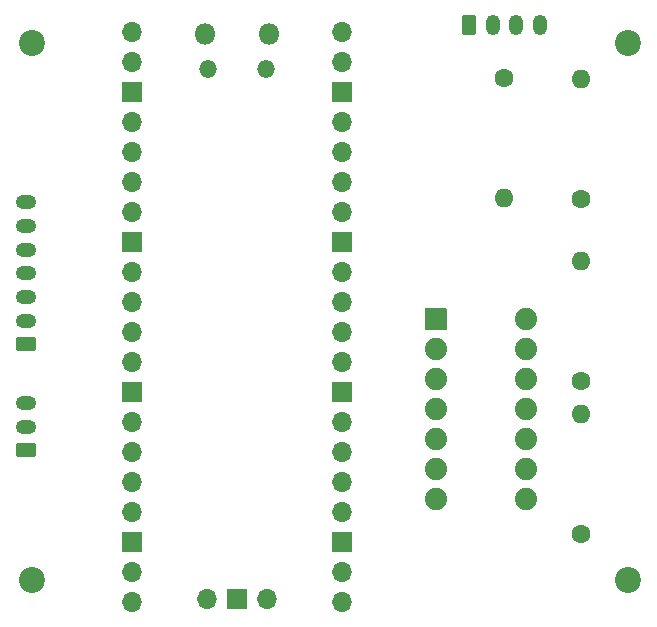
<source format=gbr>
%TF.GenerationSoftware,KiCad,Pcbnew,8.0.5*%
%TF.CreationDate,2024-10-21T18:00:16-04:00*%
%TF.ProjectId,Sensing_PCB,53656e73-696e-4675-9f50-43422e6b6963,rev?*%
%TF.SameCoordinates,Original*%
%TF.FileFunction,Soldermask,Bot*%
%TF.FilePolarity,Negative*%
%FSLAX46Y46*%
G04 Gerber Fmt 4.6, Leading zero omitted, Abs format (unit mm)*
G04 Created by KiCad (PCBNEW 8.0.5) date 2024-10-21 18:00:16*
%MOMM*%
%LPD*%
G01*
G04 APERTURE LIST*
G04 Aperture macros list*
%AMRoundRect*
0 Rectangle with rounded corners*
0 $1 Rounding radius*
0 $2 $3 $4 $5 $6 $7 $8 $9 X,Y pos of 4 corners*
0 Add a 4 corners polygon primitive as box body*
4,1,4,$2,$3,$4,$5,$6,$7,$8,$9,$2,$3,0*
0 Add four circle primitives for the rounded corners*
1,1,$1+$1,$2,$3*
1,1,$1+$1,$4,$5*
1,1,$1+$1,$6,$7*
1,1,$1+$1,$8,$9*
0 Add four rect primitives between the rounded corners*
20,1,$1+$1,$2,$3,$4,$5,0*
20,1,$1+$1,$4,$5,$6,$7,0*
20,1,$1+$1,$6,$7,$8,$9,0*
20,1,$1+$1,$8,$9,$2,$3,0*%
G04 Aperture macros list end*
%ADD10C,1.600000*%
%ADD11O,1.600000X1.600000*%
%ADD12C,2.200000*%
%ADD13RoundRect,0.102000X-0.838200X-0.838200X0.838200X-0.838200X0.838200X0.838200X-0.838200X0.838200X0*%
%ADD14C,1.880400*%
%ADD15RoundRect,0.250000X0.625000X-0.350000X0.625000X0.350000X-0.625000X0.350000X-0.625000X-0.350000X0*%
%ADD16O,1.750000X1.200000*%
%ADD17O,1.800000X1.800000*%
%ADD18O,1.500000X1.500000*%
%ADD19O,1.700000X1.700000*%
%ADD20R,1.700000X1.700000*%
%ADD21RoundRect,0.250000X-0.350000X-0.625000X0.350000X-0.625000X0.350000X0.625000X-0.350000X0.625000X0*%
%ADD22O,1.200000X1.750000*%
G04 APERTURE END LIST*
D10*
%TO.C,R2*%
X183000000Y-153580000D03*
D11*
X183000000Y-143420000D03*
%TD*%
D12*
%TO.C,H4*%
X187000000Y-157500000D03*
%TD*%
D13*
%TO.C,U3*%
X170690000Y-135380000D03*
D14*
X170690000Y-137920000D03*
X170690000Y-140460000D03*
X170690000Y-143000000D03*
X170690000Y-145540000D03*
X170690000Y-148080000D03*
X170690000Y-150620000D03*
X178310000Y-150620000D03*
X178310000Y-148080000D03*
X178310000Y-145540000D03*
X178310000Y-143000000D03*
X178310000Y-140460000D03*
X178310000Y-137920000D03*
X178310000Y-135380000D03*
%TD*%
D12*
%TO.C,H1*%
X136500000Y-112000000D03*
%TD*%
D15*
%TO.C,J1*%
X136000000Y-137500000D03*
D16*
X136000000Y-135500000D03*
X136000000Y-133500000D03*
X136000000Y-131500000D03*
X136000000Y-129500000D03*
X136000000Y-127500000D03*
X136000000Y-125500000D03*
%TD*%
D12*
%TO.C,H3*%
X187000000Y-112000000D03*
%TD*%
D10*
%TO.C,R4*%
X183000000Y-140580000D03*
D11*
X183000000Y-130420000D03*
%TD*%
D15*
%TO.C,J3*%
X136000000Y-146500000D03*
D16*
X136000000Y-144500000D03*
X136000000Y-142500000D03*
%TD*%
D10*
%TO.C,R3*%
X182972900Y-125193600D03*
D11*
X182972900Y-115033600D03*
%TD*%
D17*
%TO.C,U4*%
X151150000Y-111200000D03*
D18*
X151450000Y-114230000D03*
X156300000Y-114230000D03*
D17*
X156600000Y-111200000D03*
D19*
X144985000Y-111070000D03*
X144985000Y-113610000D03*
D20*
X144985000Y-116150000D03*
D19*
X144985000Y-118690000D03*
X144985000Y-121230000D03*
X144985000Y-123770000D03*
X144985000Y-126310000D03*
D20*
X144985000Y-128850000D03*
D19*
X144985000Y-131390000D03*
X144985000Y-133930000D03*
X144985000Y-136470000D03*
X144985000Y-139010000D03*
D20*
X144985000Y-141550000D03*
D19*
X144985000Y-144090000D03*
X144985000Y-146630000D03*
X144985000Y-149170000D03*
X144985000Y-151710000D03*
D20*
X144985000Y-154250000D03*
D19*
X144985000Y-156790000D03*
X144985000Y-159330000D03*
X162765000Y-159330000D03*
X162765000Y-156790000D03*
D20*
X162765000Y-154250000D03*
D19*
X162765000Y-151710000D03*
X162765000Y-149170000D03*
X162765000Y-146630000D03*
X162765000Y-144090000D03*
D20*
X162765000Y-141550000D03*
D19*
X162765000Y-139010000D03*
X162765000Y-136470000D03*
X162765000Y-133930000D03*
X162765000Y-131390000D03*
D20*
X162765000Y-128850000D03*
D19*
X162765000Y-126310000D03*
X162765000Y-123770000D03*
X162765000Y-121230000D03*
X162765000Y-118690000D03*
D20*
X162765000Y-116150000D03*
D19*
X162765000Y-113610000D03*
X162765000Y-111070000D03*
X151335000Y-159100000D03*
D20*
X153875000Y-159100000D03*
D19*
X156415000Y-159100000D03*
%TD*%
D10*
%TO.C,R1*%
X176500000Y-115000000D03*
D11*
X176500000Y-125160000D03*
%TD*%
D12*
%TO.C,H2*%
X136500000Y-157500000D03*
%TD*%
D21*
%TO.C,J2*%
X173500000Y-110500000D03*
D22*
X175500000Y-110500000D03*
X177500000Y-110500000D03*
X179500000Y-110500000D03*
%TD*%
M02*

</source>
